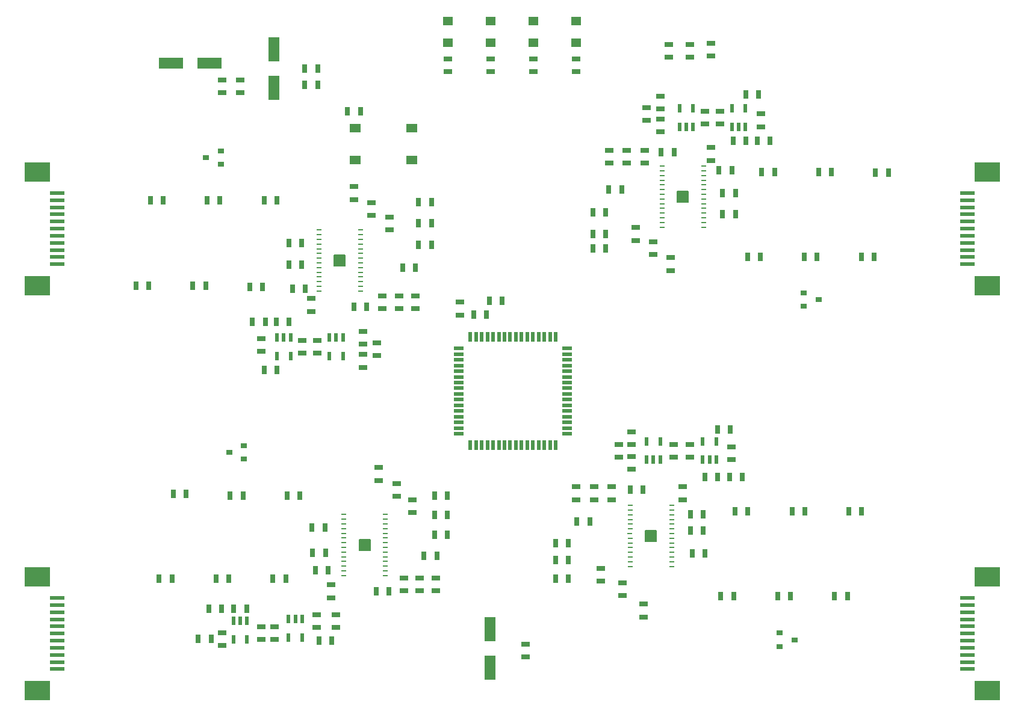
<source format=gtp>
G75*
G70*
%OFA0B0*%
%FSLAX24Y24*%
%IPPOS*%
%LPD*%
%AMOC8*
5,1,8,0,0,1.08239X$1,22.5*
%
%ADD10R,0.0472X0.0315*%
%ADD11R,0.0315X0.0098*%
%ADD12C,0.0050*%
%ADD13R,0.0315X0.0472*%
%ADD14R,0.0580X0.0200*%
%ADD15R,0.0200X0.0580*%
%ADD16R,0.0551X0.0472*%
%ADD17R,0.0630X0.1378*%
%ADD18R,0.0217X0.0472*%
%ADD19R,0.0787X0.0240*%
%ADD20R,0.0787X0.0236*%
%ADD21R,0.1417X0.1055*%
%ADD22R,0.0354X0.0315*%
%ADD23R,0.0610X0.0512*%
%ADD24R,0.1378X0.0630*%
D10*
X050349Y004050D03*
X050349Y004759D03*
X052495Y005074D03*
X053243Y005074D03*
X053243Y004365D03*
X052495Y004365D03*
X055566Y005034D03*
X056648Y005034D03*
X056648Y005743D03*
X055566Y005743D03*
X056353Y006688D03*
X056353Y007396D03*
X060388Y007081D03*
X061274Y007081D03*
X062160Y007081D03*
X062160Y007790D03*
X061274Y007790D03*
X060388Y007790D03*
X060881Y011412D03*
X060881Y012121D03*
X059995Y012298D03*
X059995Y013007D03*
X059010Y013184D03*
X059010Y013893D03*
X069936Y012830D03*
X070920Y012830D03*
X071904Y012830D03*
X071904Y012121D03*
X070920Y012121D03*
X069936Y012121D03*
X072987Y013794D03*
X072987Y014503D03*
X072987Y015172D03*
X072298Y015192D03*
X072298Y014483D03*
X072987Y015881D03*
X075349Y015192D03*
X075349Y014483D03*
X076235Y014483D03*
X076235Y015192D03*
X078548Y015044D03*
X078548Y014335D03*
X075841Y012830D03*
X075841Y012121D03*
X071314Y008302D03*
X071314Y007593D03*
X072495Y007515D03*
X072495Y006806D03*
X073676Y006333D03*
X073676Y005625D03*
X067131Y004119D03*
X067131Y003410D03*
X058125Y019454D03*
X058125Y020162D03*
X058125Y020733D03*
X058912Y020802D03*
X058912Y020093D03*
X058125Y021442D03*
X059207Y022702D03*
X060142Y022702D03*
X061028Y022702D03*
X061028Y023410D03*
X060142Y023410D03*
X059207Y023410D03*
X055270Y023263D03*
X055270Y022554D03*
X055615Y020950D03*
X054778Y020950D03*
X054778Y020241D03*
X055615Y020241D03*
X052514Y020339D03*
X052514Y021048D03*
X063489Y022357D03*
X063489Y023066D03*
X059601Y027081D03*
X059601Y027790D03*
X058617Y027869D03*
X058617Y028578D03*
X057633Y028755D03*
X057633Y029463D03*
X051333Y034660D03*
X050349Y034660D03*
X050349Y035369D03*
X051333Y035369D03*
X062849Y035841D03*
X062849Y036550D03*
X065211Y036550D03*
X065211Y035841D03*
X067573Y035841D03*
X067573Y036550D03*
X069936Y036550D03*
X069936Y035841D03*
X074611Y034483D03*
X074611Y033774D03*
X073823Y033843D03*
X073823Y033135D03*
X074611Y033204D03*
X074611Y032495D03*
X073725Y031481D03*
X072741Y031481D03*
X071757Y031481D03*
X071757Y030772D03*
X072741Y030772D03*
X073725Y030772D03*
X077416Y030920D03*
X077416Y031629D03*
X080172Y032790D03*
X080172Y033499D03*
X077908Y033646D03*
X077072Y033646D03*
X077072Y032938D03*
X077908Y032938D03*
X077416Y036707D03*
X076235Y036629D03*
X075054Y036629D03*
X075054Y037337D03*
X076235Y037337D03*
X077416Y037416D03*
X073233Y027200D03*
X073233Y026491D03*
X074217Y026412D03*
X074217Y025704D03*
X075152Y025526D03*
X075152Y024818D03*
D11*
X074691Y027220D03*
X074691Y027480D03*
X074691Y027740D03*
X074691Y028000D03*
X074691Y028260D03*
X074691Y028520D03*
X074691Y028780D03*
X074689Y029040D03*
X074691Y029300D03*
X074691Y029560D03*
X074691Y029820D03*
X074691Y030080D03*
X074691Y030340D03*
X074691Y030600D03*
X076991Y030600D03*
X076991Y030340D03*
X076991Y030080D03*
X076991Y029820D03*
X076991Y029560D03*
X076991Y029300D03*
X076994Y029040D03*
X076991Y028780D03*
X076991Y028520D03*
X076991Y028260D03*
X076991Y028000D03*
X076991Y027740D03*
X076991Y027480D03*
X076991Y027220D03*
X057995Y027061D03*
X057995Y026801D03*
X057995Y026541D03*
X057995Y026281D03*
X057995Y026021D03*
X057995Y025761D03*
X057995Y025501D03*
X057998Y025241D03*
X057995Y024981D03*
X057995Y024721D03*
X057995Y024461D03*
X057995Y024201D03*
X057995Y023941D03*
X057995Y023681D03*
X055695Y023681D03*
X055695Y023941D03*
X055695Y024201D03*
X055695Y024461D03*
X055695Y024721D03*
X055695Y024981D03*
X055693Y025241D03*
X055695Y025501D03*
X055695Y025761D03*
X055695Y026021D03*
X055695Y026281D03*
X055695Y026541D03*
X055695Y026801D03*
X055695Y027061D03*
X072920Y011801D03*
X072920Y011541D03*
X072920Y011281D03*
X072920Y011021D03*
X072920Y010761D03*
X072920Y010501D03*
X072917Y010241D03*
X072920Y009981D03*
X072920Y009721D03*
X072920Y009461D03*
X072920Y009201D03*
X072920Y008941D03*
X072920Y008681D03*
X072920Y008421D03*
X075220Y008421D03*
X075220Y008681D03*
X075220Y008941D03*
X075220Y009201D03*
X075220Y009461D03*
X075220Y009721D03*
X075220Y009981D03*
X075222Y010241D03*
X075220Y010501D03*
X075220Y010761D03*
X075220Y011021D03*
X075220Y011281D03*
X075220Y011541D03*
X075220Y011801D03*
X059373Y011293D03*
X059373Y011033D03*
X059373Y010773D03*
X059373Y010513D03*
X059373Y010253D03*
X059373Y009993D03*
X059373Y009733D03*
X059375Y009473D03*
X059373Y009213D03*
X059373Y008953D03*
X059373Y008693D03*
X059373Y008433D03*
X059373Y008173D03*
X059373Y007913D03*
X057073Y007913D03*
X057073Y008173D03*
X057073Y008433D03*
X057073Y008693D03*
X057073Y008953D03*
X057073Y009213D03*
X057071Y009473D03*
X057073Y009733D03*
X057073Y009993D03*
X057073Y010253D03*
X057073Y010513D03*
X057073Y010773D03*
X057073Y011033D03*
X057073Y011293D03*
D12*
X057928Y009896D02*
X058518Y009896D01*
X058518Y009306D01*
X057928Y009306D01*
X057928Y009896D01*
X057928Y009875D02*
X058518Y009875D01*
X058518Y009826D02*
X057928Y009826D01*
X057928Y009778D02*
X058518Y009778D01*
X058518Y009729D02*
X057928Y009729D01*
X057928Y009681D02*
X058518Y009681D01*
X058518Y009632D02*
X057928Y009632D01*
X057928Y009584D02*
X058518Y009584D01*
X058518Y009535D02*
X057928Y009535D01*
X057928Y009487D02*
X058518Y009487D01*
X058518Y009438D02*
X057928Y009438D01*
X057928Y009390D02*
X058518Y009390D01*
X058518Y009341D02*
X057928Y009341D01*
X073774Y009818D02*
X073774Y010408D01*
X074365Y010408D01*
X074365Y009818D01*
X073774Y009818D01*
X073774Y009826D02*
X074365Y009826D01*
X074365Y009875D02*
X073774Y009875D01*
X073774Y009923D02*
X074365Y009923D01*
X074365Y009972D02*
X073774Y009972D01*
X073774Y010020D02*
X074365Y010020D01*
X074365Y010069D02*
X073774Y010069D01*
X073774Y010117D02*
X074365Y010117D01*
X074365Y010166D02*
X073774Y010166D01*
X073774Y010214D02*
X074365Y010214D01*
X074365Y010263D02*
X073774Y010263D01*
X073774Y010311D02*
X074365Y010311D01*
X074365Y010360D02*
X073774Y010360D01*
X057140Y025074D02*
X056550Y025074D01*
X056550Y025664D01*
X057140Y025664D01*
X057140Y025074D01*
X057140Y025104D02*
X056550Y025104D01*
X056550Y025153D02*
X057140Y025153D01*
X057140Y025201D02*
X056550Y025201D01*
X056550Y025250D02*
X057140Y025250D01*
X057140Y025298D02*
X056550Y025298D01*
X056550Y025347D02*
X057140Y025347D01*
X057140Y025395D02*
X056550Y025395D01*
X056550Y025444D02*
X057140Y025444D01*
X057140Y025492D02*
X056550Y025492D01*
X056550Y025541D02*
X057140Y025541D01*
X057140Y025589D02*
X056550Y025589D01*
X056550Y025638D02*
X057140Y025638D01*
X075546Y028617D02*
X075546Y029207D01*
X076136Y029207D01*
X076136Y028617D01*
X075546Y028617D01*
X075546Y028645D02*
X076136Y028645D01*
X076136Y028693D02*
X075546Y028693D01*
X075546Y028742D02*
X076136Y028742D01*
X076136Y028790D02*
X075546Y028790D01*
X075546Y028839D02*
X076136Y028839D01*
X076136Y028887D02*
X075546Y028887D01*
X075546Y028936D02*
X076136Y028936D01*
X076136Y028984D02*
X075546Y028984D01*
X075546Y029033D02*
X076136Y029033D01*
X076136Y029081D02*
X075546Y029081D01*
X075546Y029130D02*
X076136Y029130D01*
X076136Y029178D02*
X075546Y029178D01*
D13*
X078046Y029109D03*
X078755Y029109D03*
X078755Y027928D03*
X078046Y027928D03*
X077849Y030389D03*
X078558Y030389D03*
X080211Y030290D03*
X080920Y030290D03*
X083361Y030290D03*
X084070Y030290D03*
X086510Y030241D03*
X087219Y030241D03*
X080674Y032013D03*
X079965Y032013D03*
X079345Y032013D03*
X078636Y032013D03*
X075359Y031373D03*
X074650Y031373D03*
X072455Y029306D03*
X071747Y029306D03*
X071570Y028026D03*
X070861Y028026D03*
X070861Y026845D03*
X071570Y026845D03*
X071570Y026038D03*
X070861Y026038D03*
X065837Y023139D03*
X065129Y023139D03*
X064975Y022367D03*
X064266Y022367D03*
X058331Y022810D03*
X057623Y022810D03*
X054936Y023814D03*
X054227Y023814D03*
X052573Y023893D03*
X051865Y023893D03*
X049424Y023991D03*
X048715Y023991D03*
X046274Y023991D03*
X045566Y023991D03*
X052012Y021973D03*
X052721Y021973D03*
X053341Y021973D03*
X054050Y021973D03*
X053361Y019316D03*
X052652Y019316D03*
X054030Y025133D03*
X054739Y025133D03*
X054739Y026353D03*
X054030Y026353D03*
X053361Y028715D03*
X052652Y028715D03*
X050211Y028715D03*
X049503Y028715D03*
X047062Y028715D03*
X046353Y028715D03*
X057278Y033637D03*
X057987Y033637D03*
X055625Y035113D03*
X054916Y035113D03*
X054916Y035999D03*
X055625Y035999D03*
X061215Y028617D03*
X061924Y028617D03*
X061924Y027436D03*
X061215Y027436D03*
X061215Y026255D03*
X061924Y026255D03*
X061038Y024975D03*
X060329Y024975D03*
X079424Y025566D03*
X080133Y025566D03*
X082573Y025566D03*
X083282Y025566D03*
X085723Y025566D03*
X086432Y025566D03*
X080034Y034572D03*
X079325Y034572D03*
X078459Y016019D03*
X077751Y016019D03*
X077770Y013361D03*
X078440Y013361D03*
X079148Y013361D03*
X077062Y013361D03*
X073636Y012672D03*
X072928Y012672D03*
X076274Y011294D03*
X076983Y011294D03*
X078735Y011491D03*
X079444Y011491D03*
X081885Y011491D03*
X082593Y011491D03*
X085034Y011491D03*
X085743Y011491D03*
X076983Y010408D03*
X076274Y010408D03*
X076373Y009129D03*
X077081Y009129D03*
X077948Y006767D03*
X078656Y006767D03*
X081097Y006767D03*
X081806Y006767D03*
X084247Y006767D03*
X084955Y006767D03*
X070684Y010900D03*
X069975Y010900D03*
X069503Y009719D03*
X068794Y009719D03*
X068794Y008774D03*
X069503Y008774D03*
X069503Y007751D03*
X068794Y007751D03*
X062810Y010192D03*
X062101Y010192D03*
X062101Y011274D03*
X062810Y011274D03*
X062810Y012357D03*
X062101Y012357D03*
X056018Y010585D03*
X055310Y010585D03*
X055349Y009188D03*
X056058Y009188D03*
X056215Y008223D03*
X055507Y008223D03*
X053853Y007731D03*
X053144Y007731D03*
X050703Y007731D03*
X049995Y007731D03*
X047554Y007731D03*
X046845Y007731D03*
X049601Y006078D03*
X050310Y006078D03*
X050979Y006078D03*
X051688Y006078D03*
X049719Y004404D03*
X049010Y004404D03*
X055703Y004306D03*
X056412Y004306D03*
X058853Y007042D03*
X059562Y007042D03*
X061510Y009011D03*
X062219Y009011D03*
X054640Y012357D03*
X053932Y012357D03*
X051491Y012357D03*
X050782Y012357D03*
X048341Y012456D03*
X047633Y012456D03*
D14*
X063442Y015775D03*
X063442Y016085D03*
X063442Y016405D03*
X063442Y016715D03*
X063442Y017035D03*
X063442Y017345D03*
X063442Y017665D03*
X063442Y017975D03*
X063442Y018295D03*
X063442Y018605D03*
X063442Y018925D03*
X063442Y019235D03*
X063442Y019555D03*
X063442Y019865D03*
X063442Y020185D03*
X063442Y020495D03*
X069442Y020495D03*
X069442Y020185D03*
X069442Y019865D03*
X069442Y019555D03*
X069442Y019235D03*
X069442Y018925D03*
X069442Y018605D03*
X069442Y018295D03*
X069442Y017975D03*
X069442Y017665D03*
X069442Y017345D03*
X069442Y017035D03*
X069442Y016715D03*
X069442Y016405D03*
X069442Y016085D03*
X069442Y015775D03*
D15*
X068802Y015135D03*
X068492Y015135D03*
X068172Y015135D03*
X067862Y015135D03*
X067542Y015135D03*
X067232Y015135D03*
X066912Y015135D03*
X066602Y015135D03*
X066282Y015135D03*
X065972Y015135D03*
X065652Y015135D03*
X065342Y015135D03*
X065022Y015135D03*
X064712Y015135D03*
X064392Y015135D03*
X064082Y015135D03*
X064082Y021135D03*
X064392Y021135D03*
X064712Y021135D03*
X065022Y021135D03*
X065342Y021135D03*
X065652Y021135D03*
X065972Y021135D03*
X066282Y021135D03*
X066602Y021135D03*
X066912Y021135D03*
X067232Y021135D03*
X067542Y021135D03*
X067862Y021135D03*
X068172Y021135D03*
X068492Y021135D03*
X068802Y021135D03*
D16*
X069936Y037456D03*
X069936Y038637D03*
X067573Y038637D03*
X065211Y038637D03*
X065211Y037456D03*
X067573Y037456D03*
X062849Y037456D03*
X062849Y038637D03*
D17*
X053203Y037062D03*
X053203Y034936D03*
X065162Y004926D03*
X065162Y002800D03*
D18*
X054759Y004483D03*
X054010Y004483D03*
X054010Y005507D03*
X054385Y005507D03*
X054759Y005507D03*
X051707Y005408D03*
X051333Y005408D03*
X050959Y005408D03*
X050959Y004385D03*
X051707Y004385D03*
X073843Y014326D03*
X074217Y014326D03*
X074591Y014326D03*
X074591Y015349D03*
X073843Y015349D03*
X076944Y015349D03*
X077692Y015349D03*
X077692Y014326D03*
X077318Y014326D03*
X076944Y014326D03*
X057022Y020083D03*
X056274Y020083D03*
X056274Y021107D03*
X056648Y021107D03*
X057022Y021107D03*
X054119Y021107D03*
X053745Y021107D03*
X053371Y021107D03*
X053371Y020083D03*
X054119Y020083D03*
X075664Y032780D03*
X076038Y032780D03*
X076412Y032780D03*
X078568Y032780D03*
X078942Y032780D03*
X079316Y032780D03*
X079316Y033804D03*
X078568Y033804D03*
X076412Y033804D03*
X075664Y033804D03*
D19*
X091589Y029109D03*
X091589Y028715D03*
X091589Y028322D03*
X091589Y027928D03*
X091589Y027534D03*
X091589Y026747D03*
X091589Y026353D03*
X091589Y025959D03*
X091589Y025566D03*
X091589Y025172D03*
X091589Y006668D03*
X091589Y006274D03*
X091589Y005881D03*
X091589Y005487D03*
X091589Y005093D03*
X091589Y004306D03*
X091589Y003912D03*
X091589Y003519D03*
X091589Y003125D03*
X091589Y002731D03*
X041196Y002731D03*
X041196Y003125D03*
X041196Y003519D03*
X041196Y003912D03*
X041196Y004306D03*
X041196Y005093D03*
X041196Y005487D03*
X041196Y005881D03*
X041196Y006274D03*
X041196Y006668D03*
X041196Y025172D03*
X041196Y025566D03*
X041196Y025959D03*
X041196Y026353D03*
X041196Y026747D03*
X041196Y027534D03*
X041196Y027928D03*
X041196Y028322D03*
X041196Y028715D03*
X041196Y029109D03*
D20*
X041196Y027141D03*
X091589Y027141D03*
X091589Y004700D03*
X041196Y004700D03*
D21*
X040093Y001550D03*
X040093Y007849D03*
X040093Y023991D03*
X040093Y030290D03*
X092692Y030290D03*
X092692Y023991D03*
X092692Y007849D03*
X092692Y001550D03*
D22*
X082032Y004355D03*
X081205Y003981D03*
X081205Y004729D03*
X051550Y014365D03*
X050723Y014739D03*
X051550Y015113D03*
X082534Y022830D03*
X082534Y023578D03*
X083361Y023204D03*
X050251Y030704D03*
X049424Y031078D03*
X050251Y031452D03*
D23*
X057692Y030930D03*
X060822Y030930D03*
X060822Y032702D03*
X057692Y032702D03*
D24*
X049640Y036294D03*
X047514Y036294D03*
M02*

</source>
